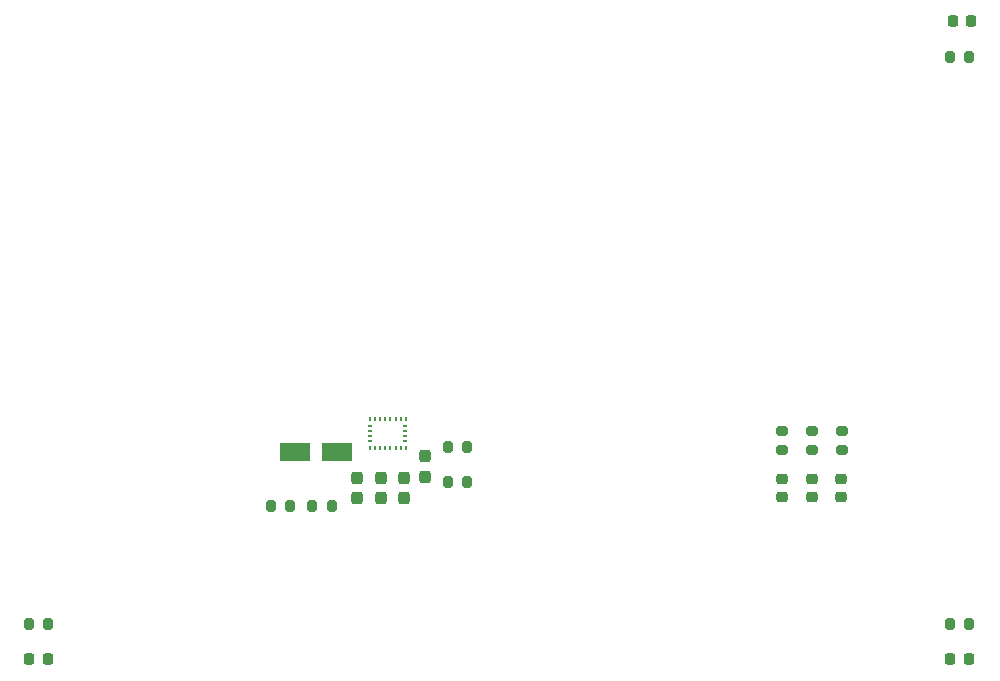
<source format=gbr>
%TF.GenerationSoftware,KiCad,Pcbnew,8.0.7-8.0.7-0~ubuntu24.04.1*%
%TF.CreationDate,2024-12-07T01:42:29+01:00*%
%TF.ProjectId,drn2,64726e32-2e6b-4696-9361-645f70636258,rev?*%
%TF.SameCoordinates,Original*%
%TF.FileFunction,Paste,Top*%
%TF.FilePolarity,Positive*%
%FSLAX46Y46*%
G04 Gerber Fmt 4.6, Leading zero omitted, Abs format (unit mm)*
G04 Created by KiCad (PCBNEW 8.0.7-8.0.7-0~ubuntu24.04.1) date 2024-12-07 01:42:29*
%MOMM*%
%LPD*%
G01*
G04 APERTURE LIST*
G04 Aperture macros list*
%AMRoundRect*
0 Rectangle with rounded corners*
0 $1 Rounding radius*
0 $2 $3 $4 $5 $6 $7 $8 $9 X,Y pos of 4 corners*
0 Add a 4 corners polygon primitive as box body*
4,1,4,$2,$3,$4,$5,$6,$7,$8,$9,$2,$3,0*
0 Add four circle primitives for the rounded corners*
1,1,$1+$1,$2,$3*
1,1,$1+$1,$4,$5*
1,1,$1+$1,$6,$7*
1,1,$1+$1,$8,$9*
0 Add four rect primitives between the rounded corners*
20,1,$1+$1,$2,$3,$4,$5,0*
20,1,$1+$1,$4,$5,$6,$7,0*
20,1,$1+$1,$6,$7,$8,$9,0*
20,1,$1+$1,$8,$9,$2,$3,0*%
G04 Aperture macros list end*
%ADD10RoundRect,0.237500X-0.237500X0.300000X-0.237500X-0.300000X0.237500X-0.300000X0.237500X0.300000X0*%
%ADD11RoundRect,0.237500X0.237500X-0.300000X0.237500X0.300000X-0.237500X0.300000X-0.237500X-0.300000X0*%
%ADD12RoundRect,0.250000X1.050000X0.550000X-1.050000X0.550000X-1.050000X-0.550000X1.050000X-0.550000X0*%
%ADD13RoundRect,0.200000X0.200000X0.275000X-0.200000X0.275000X-0.200000X-0.275000X0.200000X-0.275000X0*%
%ADD14RoundRect,0.200000X-0.200000X-0.275000X0.200000X-0.275000X0.200000X0.275000X-0.200000X0.275000X0*%
%ADD15RoundRect,0.218750X0.256250X-0.218750X0.256250X0.218750X-0.256250X0.218750X-0.256250X-0.218750X0*%
%ADD16RoundRect,0.218750X-0.218750X-0.256250X0.218750X-0.256250X0.218750X0.256250X-0.218750X0.256250X0*%
%ADD17RoundRect,0.218750X0.218750X0.256250X-0.218750X0.256250X-0.218750X-0.256250X0.218750X-0.256250X0*%
%ADD18R,0.230000X0.350000*%
%ADD19R,0.350000X0.230000*%
%ADD20RoundRect,0.200000X-0.275000X0.200000X-0.275000X-0.200000X0.275000X-0.200000X0.275000X0.200000X0*%
G04 APERTURE END LIST*
D10*
%TO.C,C5*%
X113000000Y-82637500D03*
X113000000Y-84362500D03*
%TD*%
D11*
%TO.C,C3*%
X115000000Y-84362500D03*
X115000000Y-82637500D03*
%TD*%
%TO.C,C2*%
X118700000Y-82562500D03*
X118700000Y-80837500D03*
%TD*%
D10*
%TO.C,C1*%
X117000000Y-82637500D03*
X117000000Y-84362500D03*
%TD*%
D12*
%TO.C,C4*%
X111300000Y-80500000D03*
X107700000Y-80500000D03*
%TD*%
D13*
%TO.C,R11*%
X122325000Y-83000000D03*
X120675000Y-83000000D03*
%TD*%
D14*
%TO.C,R10*%
X109175000Y-85000000D03*
X110825000Y-85000000D03*
%TD*%
D13*
%TO.C,R9*%
X122325000Y-80000000D03*
X120675000Y-80000000D03*
%TD*%
D14*
%TO.C,R8*%
X105675000Y-85000000D03*
X107325000Y-85000000D03*
%TD*%
D15*
%TO.C,D3*%
X149000000Y-84287500D03*
X149000000Y-82712500D03*
%TD*%
%TO.C,D1*%
X154000000Y-84287500D03*
X154000000Y-82712500D03*
%TD*%
D16*
%TO.C,D5*%
X163212500Y-98000000D03*
X164787500Y-98000000D03*
%TD*%
D13*
%TO.C,R3*%
X86825000Y-95000000D03*
X85175000Y-95000000D03*
%TD*%
D14*
%TO.C,R1*%
X163175000Y-47000000D03*
X164825000Y-47000000D03*
%TD*%
D16*
%TO.C,D4*%
X163425000Y-44000000D03*
X165000000Y-44000000D03*
%TD*%
D14*
%TO.C,R2*%
X163175000Y-95000000D03*
X164825000Y-95000000D03*
%TD*%
D17*
%TO.C,D6*%
X86787500Y-98000000D03*
X85212500Y-98000000D03*
%TD*%
D18*
%TO.C,U1*%
X117105000Y-80125000D03*
D19*
X117075000Y-79545000D03*
X117075000Y-79115000D03*
X117075000Y-78685000D03*
X117075000Y-78255000D03*
D18*
X117105000Y-77675000D03*
X116675000Y-77675000D03*
X116245000Y-77675000D03*
X115815000Y-77675000D03*
X115385000Y-77675000D03*
X114955000Y-77675000D03*
X114525000Y-77675000D03*
X114095000Y-77675000D03*
D19*
X114125000Y-78255000D03*
X114125000Y-78685000D03*
X114125000Y-79115000D03*
X114125000Y-79545000D03*
D18*
X114095000Y-80125000D03*
X114525000Y-80125000D03*
X114955000Y-80125000D03*
X115385000Y-80125000D03*
X115815000Y-80125000D03*
X116245000Y-80125000D03*
X116675000Y-80125000D03*
%TD*%
D15*
%TO.C,D2*%
X151500000Y-84287500D03*
X151500000Y-82712500D03*
%TD*%
D20*
%TO.C,R4*%
X154020000Y-78675000D03*
X154020000Y-80325000D03*
%TD*%
%TO.C,R5*%
X151510000Y-78675000D03*
X151510000Y-80325000D03*
%TD*%
%TO.C,R6*%
X149000000Y-78675000D03*
X149000000Y-80325000D03*
%TD*%
M02*

</source>
